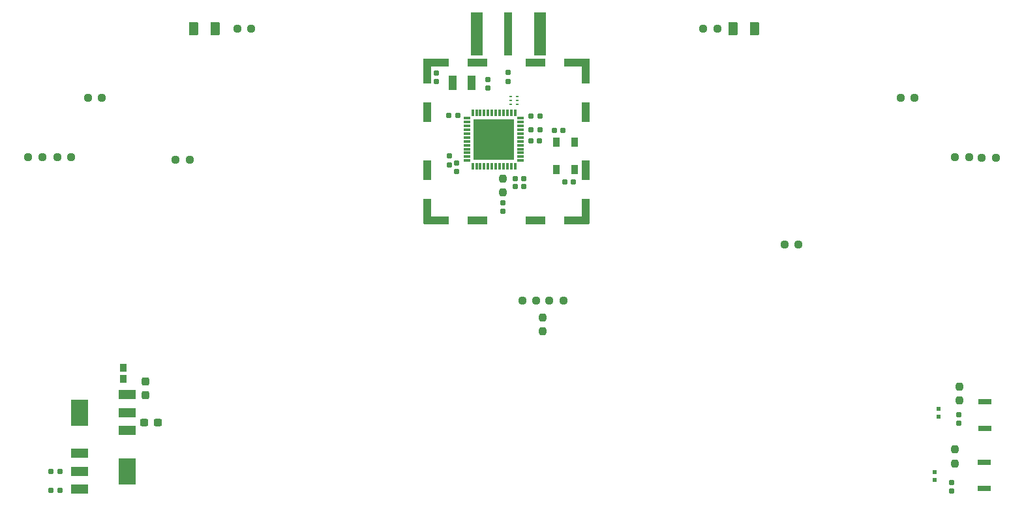
<source format=gbr>
%TF.GenerationSoftware,KiCad,Pcbnew,(6.0.9)*%
%TF.CreationDate,2024-05-17T13:50:49+01:00*%
%TF.ProjectId,Controller,436f6e74-726f-46c6-9c65-722e6b696361,rev?*%
%TF.SameCoordinates,Original*%
%TF.FileFunction,Paste,Top*%
%TF.FilePolarity,Positive*%
%FSLAX46Y46*%
G04 Gerber Fmt 4.6, Leading zero omitted, Abs format (unit mm)*
G04 Created by KiCad (PCBNEW (6.0.9)) date 2024-05-17 13:50:49*
%MOMM*%
%LPD*%
G01*
G04 APERTURE LIST*
G04 Aperture macros list*
%AMRoundRect*
0 Rectangle with rounded corners*
0 $1 Rounding radius*
0 $2 $3 $4 $5 $6 $7 $8 $9 X,Y pos of 4 corners*
0 Add a 4 corners polygon primitive as box body*
4,1,4,$2,$3,$4,$5,$6,$7,$8,$9,$2,$3,0*
0 Add four circle primitives for the rounded corners*
1,1,$1+$1,$2,$3*
1,1,$1+$1,$4,$5*
1,1,$1+$1,$6,$7*
1,1,$1+$1,$8,$9*
0 Add four rect primitives between the rounded corners*
20,1,$1+$1,$2,$3,$4,$5,0*
20,1,$1+$1,$4,$5,$6,$7,0*
20,1,$1+$1,$6,$7,$8,$9,0*
20,1,$1+$1,$8,$9,$2,$3,0*%
G04 Aperture macros list end*
%ADD10RoundRect,0.237500X0.250000X0.237500X-0.250000X0.237500X-0.250000X-0.237500X0.250000X-0.237500X0*%
%ADD11RoundRect,0.155000X0.212500X0.155000X-0.212500X0.155000X-0.212500X-0.155000X0.212500X-0.155000X0*%
%ADD12RoundRect,0.155000X0.155000X-0.212500X0.155000X0.212500X-0.155000X0.212500X-0.155000X-0.212500X0*%
%ADD13R,0.500000X0.600000*%
%ADD14RoundRect,0.237500X-0.250000X-0.237500X0.250000X-0.237500X0.250000X0.237500X-0.250000X0.237500X0*%
%ADD15RoundRect,0.250000X0.375000X0.625000X-0.375000X0.625000X-0.375000X-0.625000X0.375000X-0.625000X0*%
%ADD16RoundRect,0.155000X-0.212500X-0.155000X0.212500X-0.155000X0.212500X0.155000X-0.212500X0.155000X0*%
%ADD17RoundRect,0.237500X-0.237500X0.250000X-0.237500X-0.250000X0.237500X-0.250000X0.237500X0.250000X0*%
%ADD18RoundRect,0.237500X-0.300000X-0.237500X0.300000X-0.237500X0.300000X0.237500X-0.300000X0.237500X0*%
%ADD19R,1.100000X1.900000*%
%ADD20R,2.200000X1.200000*%
%ADD21R,2.200000X3.500000*%
%ADD22R,0.970000X1.000000*%
%ADD23R,1.000000X3.300000*%
%ADD24R,3.300000X1.000000*%
%ADD25R,2.600000X1.000000*%
%ADD26R,1.000000X2.600000*%
%ADD27R,0.889000X1.244600*%
%ADD28RoundRect,0.250000X-0.375000X-0.625000X0.375000X-0.625000X0.375000X0.625000X-0.375000X0.625000X0*%
%ADD29RoundRect,0.237500X0.237500X-0.250000X0.237500X0.250000X-0.237500X0.250000X-0.237500X-0.250000X0*%
%ADD30RoundRect,0.155000X-0.155000X0.212500X-0.155000X-0.212500X0.155000X-0.212500X0.155000X0.212500X0*%
%ADD31R,1.000000X5.600000*%
%ADD32R,1.650000X5.600000*%
%ADD33R,1.700000X0.800000*%
%ADD34R,0.457200X0.254000*%
%ADD35RoundRect,0.237500X0.237500X-0.300000X0.237500X0.300000X-0.237500X0.300000X-0.237500X-0.300000X0*%
%ADD36R,0.300000X0.900000*%
%ADD37R,0.900000X0.300000*%
%ADD38R,5.250000X5.250000*%
G04 APERTURE END LIST*
D10*
%TO.C,R12*%
X102902500Y-51660000D03*
X101077500Y-51660000D03*
%TD*%
D11*
%TO.C,C17*%
X171857500Y-54880000D03*
X170722500Y-54880000D03*
%TD*%
D12*
%TO.C,C12*%
X163420000Y-41837500D03*
X163420000Y-40702500D03*
%TD*%
D10*
%TO.C,R14*%
X223202500Y-51720000D03*
X221377500Y-51720000D03*
%TD*%
%TO.C,R13*%
X106662500Y-51710000D03*
X104837500Y-51710000D03*
%TD*%
D13*
%TO.C,D2*%
X219240000Y-84357500D03*
X219240000Y-85357500D03*
%TD*%
D12*
%TO.C,C19*%
X160770000Y-42747500D03*
X160770000Y-41612500D03*
%TD*%
D14*
%TO.C,R3*%
X188697500Y-35000000D03*
X190522500Y-35000000D03*
%TD*%
D11*
%TO.C,C6*%
X105197500Y-92530000D03*
X104062500Y-92530000D03*
%TD*%
%TO.C,C3*%
X156837500Y-46300000D03*
X155702500Y-46300000D03*
%TD*%
D15*
%TO.C,D3*%
X195400000Y-35000000D03*
X192600000Y-35000000D03*
%TD*%
D16*
%TO.C,C5*%
X166322500Y-49540000D03*
X167457500Y-49540000D03*
%TD*%
D17*
%TO.C,R5*%
X167900000Y-72487500D03*
X167900000Y-74312500D03*
%TD*%
D10*
%TO.C,R9*%
X216152500Y-43960000D03*
X214327500Y-43960000D03*
%TD*%
D18*
%TO.C,C8*%
X116167500Y-86130000D03*
X117892500Y-86130000D03*
%TD*%
D19*
%TO.C,31111111*%
X158650000Y-42020000D03*
X156150000Y-42020000D03*
%TD*%
D16*
%TO.C,C18*%
X169392500Y-48180000D03*
X170527500Y-48180000D03*
%TD*%
D10*
%TO.C,R15*%
X226692500Y-51740000D03*
X224867500Y-51740000D03*
%TD*%
D20*
%TO.C,U2*%
X113970000Y-87130000D03*
X113970000Y-84830000D03*
X113970000Y-82530000D03*
D21*
X107770000Y-84830000D03*
%TD*%
D14*
%TO.C,R4*%
X128227500Y-35000000D03*
X130052500Y-35000000D03*
%TD*%
D16*
%TO.C,C13*%
X166362500Y-48140000D03*
X167497500Y-48140000D03*
%TD*%
D22*
%TO.C,FL1*%
X113410000Y-80485000D03*
X113410000Y-79015000D03*
%TD*%
D16*
%TO.C,C15*%
X166372500Y-46330000D03*
X167507500Y-46330000D03*
%TD*%
D11*
%TO.C,C1*%
X105197500Y-94930000D03*
X104062500Y-94930000D03*
%TD*%
D23*
%TO.C,U4*%
X152920000Y-40520000D03*
D24*
X154070000Y-39370000D03*
D25*
X159420000Y-39370000D03*
X166920000Y-39370000D03*
D24*
X172270000Y-39370000D03*
D23*
X173420000Y-40520000D03*
D26*
X173420000Y-45870000D03*
X173420000Y-53370000D03*
D23*
X173420000Y-58720000D03*
D24*
X172270000Y-59870000D03*
D25*
X166920000Y-59870000D03*
X159420000Y-59870000D03*
D24*
X154070000Y-59870000D03*
D23*
X152920000Y-58720000D03*
D26*
X152920000Y-53370000D03*
X152920000Y-45870000D03*
%TD*%
D27*
%TO.C,Y1*%
X171980000Y-49706600D03*
X171980000Y-53313400D03*
X169680000Y-53313400D03*
X169680000Y-49706600D03*
%TD*%
D28*
%TO.C,D4*%
X122600000Y-35000000D03*
X125400000Y-35000000D03*
%TD*%
D29*
%TO.C,R1*%
X221340000Y-91432500D03*
X221340000Y-89607500D03*
%TD*%
D30*
%TO.C,C4*%
X155760000Y-51532500D03*
X155760000Y-52667500D03*
%TD*%
D14*
%TO.C,R11*%
X120237500Y-52000000D03*
X122062500Y-52000000D03*
%TD*%
%TO.C,R6*%
X165217500Y-70270000D03*
X167042500Y-70270000D03*
%TD*%
D30*
%TO.C,C11*%
X162690000Y-57572500D03*
X162690000Y-58707500D03*
%TD*%
D29*
%TO.C,R2*%
X221950000Y-83267500D03*
X221950000Y-81442500D03*
%TD*%
D10*
%TO.C,R10*%
X201062500Y-62990000D03*
X199237500Y-62990000D03*
%TD*%
D31*
%TO.C,J3*%
X163420000Y-35650000D03*
D32*
X167545000Y-35650000D03*
X159295000Y-35650000D03*
%TD*%
D33*
%TO.C,S2*%
X225270000Y-86867500D03*
X225270000Y-83467500D03*
%TD*%
D30*
%TO.C,C16*%
X156710000Y-52432500D03*
X156710000Y-53567500D03*
%TD*%
D14*
%TO.C,R8*%
X108847500Y-44000000D03*
X110672500Y-44000000D03*
%TD*%
D12*
%TO.C,C20*%
X154030000Y-41867500D03*
X154030000Y-40732500D03*
%TD*%
D34*
%TO.C,U3*%
X163760300Y-43832000D03*
X163760300Y-44340000D03*
X163760300Y-44848000D03*
X164598500Y-44848000D03*
X164598500Y-44340000D03*
X164598500Y-43832000D03*
%TD*%
D14*
%TO.C,R7*%
X168747500Y-70310000D03*
X170572500Y-70310000D03*
%TD*%
D20*
%TO.C,U1*%
X107770000Y-90150000D03*
X107770000Y-92450000D03*
X107770000Y-94750000D03*
D21*
X113970000Y-92450000D03*
%TD*%
D30*
%TO.C,C9*%
X221860000Y-85120000D03*
X221860000Y-86255000D03*
%TD*%
D16*
%TO.C,C7*%
X164272500Y-55460000D03*
X165407500Y-55460000D03*
%TD*%
D35*
%TO.C,C14*%
X116300000Y-82555000D03*
X116300000Y-80830000D03*
%TD*%
D16*
%TO.C,C10*%
X164282500Y-54470000D03*
X165417500Y-54470000D03*
%TD*%
D36*
%TO.C,11111111*%
X164280000Y-45930000D03*
X163780000Y-45930000D03*
X163280000Y-45930000D03*
X162780000Y-45930000D03*
X162280000Y-45930000D03*
X161780000Y-45930000D03*
X161280000Y-45930000D03*
X160780000Y-45930000D03*
X160280000Y-45930000D03*
X159780000Y-45930000D03*
X159280000Y-45930000D03*
X158780000Y-45930000D03*
D37*
X158080000Y-46630000D03*
X158080000Y-47130000D03*
X158080000Y-47630000D03*
X158080000Y-48130000D03*
X158080000Y-48630000D03*
X158080000Y-49130000D03*
X158080000Y-49630000D03*
X158080000Y-50130000D03*
X158080000Y-50630000D03*
X158080000Y-51130000D03*
X158080000Y-51630000D03*
X158080000Y-52130000D03*
D36*
X158780000Y-52830000D03*
X159280000Y-52830000D03*
X159780000Y-52830000D03*
X160280000Y-52830000D03*
X160780000Y-52830000D03*
X161280000Y-52830000D03*
X161780000Y-52830000D03*
X162280000Y-52830000D03*
X162780000Y-52830000D03*
X163280000Y-52830000D03*
X163780000Y-52830000D03*
X164280000Y-52830000D03*
D37*
X164980000Y-52130000D03*
X164980000Y-51630000D03*
X164980000Y-51130000D03*
X164980000Y-50630000D03*
X164980000Y-50130000D03*
X164980000Y-49630000D03*
X164980000Y-49130000D03*
X164980000Y-48630000D03*
X164980000Y-48130000D03*
X164980000Y-47630000D03*
X164980000Y-47130000D03*
X164980000Y-46630000D03*
D38*
X161530000Y-49380000D03*
%TD*%
D17*
%TO.C,L1*%
X162700000Y-54457500D03*
X162700000Y-56282500D03*
%TD*%
D30*
%TO.C,C2*%
X220950000Y-93910000D03*
X220950000Y-95045000D03*
%TD*%
D13*
%TO.C,D1*%
X218750000Y-92567500D03*
X218750000Y-93567500D03*
%TD*%
D33*
%TO.C,S1*%
X225210000Y-94687500D03*
X225210000Y-91287500D03*
%TD*%
M02*

</source>
